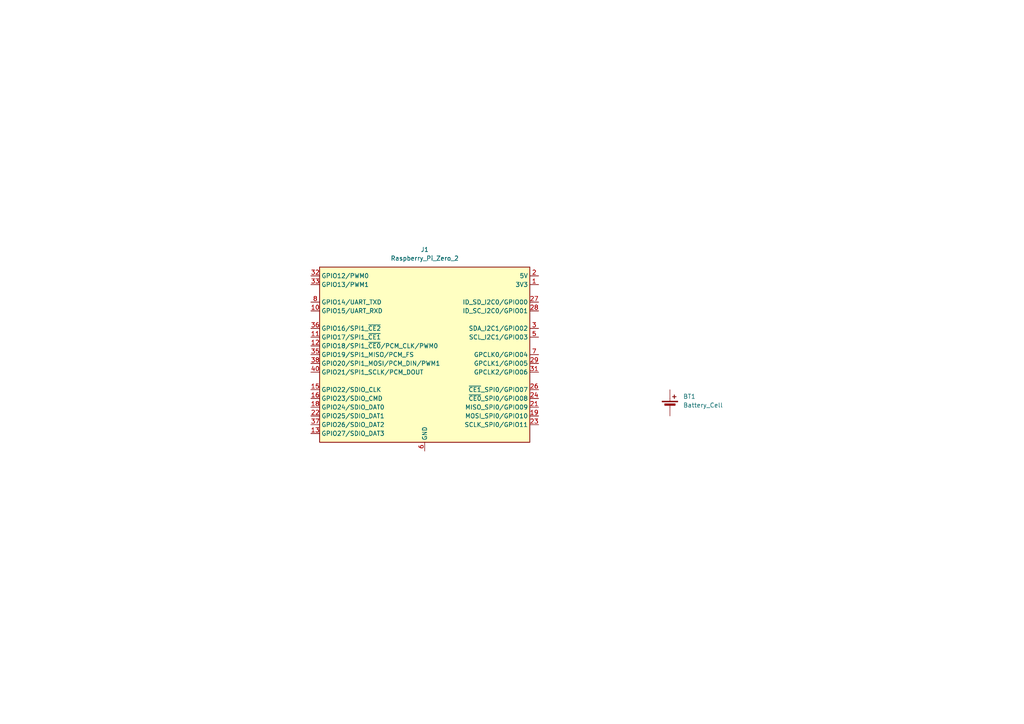
<source format=kicad_sch>
(kicad_sch (version 20250114) (generator "eeschema") (generator_version "9.0")
  (paper "A4")
  (lib_symbols
    (symbol "Connector:Raspberry_Pi_4"
      (property "Reference" "J" (at -17.526 48.768 0))
      (property "Value" "Raspberry_Pi_Zero_2" (at 15.748 -26.416 0))
      (symbol "Raspberry_Pi_4_0_1"
        (rectangle (start -30.48 25.4) (end 30.48 -25.4) (stroke (width 0.254)) (fill (type background)))
      )
      (symbol "Raspberry_Pi_4_1_1"
        (pin bidirectional line (at -33.02 22.86 0) (length 2.54) (name "GPIO12/PWM0") (number "32"))
        (pin bidirectional line (at -33.02 20.32 0) (length 2.54) (name "GPIO13/PWM1") (number "33"))
        (pin bidirectional line (at -33.02 15.24 0) (length 2.54) (name "GPIO14/UART_TXD") (number "8"))
        (pin bidirectional line (at -33.02 12.7 0) (length 2.54) (name "GPIO15/UART_RXD") (number "10"))
        (pin bidirectional line (at -33.02 7.62 0) (length 2.54) (name "GPIO16/SPI1_~{CE2}") (number "36"))
        (pin bidirectional line (at -33.02 5.08 0) (length 2.54) (name "GPIO17/SPI1_~{CE1}") (number "11"))
        (pin bidirectional line (at -33.02 2.54 0) (length 2.54) (name "GPIO18/SPI1_~{CE0}/PCM_CLK/PWM0") (number "12"))
        (pin bidirectional line (at -33.02 0 0) (length 2.54) (name "GPIO19/SPI1_MISO/PCM_FS") (number "35"))
        (pin bidirectional line (at -33.02 -2.54 0) (length 2.54) (name "GPIO20/SPI1_MOSI/PCM_DIN/PWM1") (number "38"))
        (pin bidirectional line (at -33.02 -5.08 0) (length 2.54) (name "GPIO21/SPI1_SCLK/PCM_DOUT") (number "40"))
        (pin bidirectional line (at -33.02 -10.16 0) (length 2.54) (name "GPIO22/SDIO_CLK") (number "15"))
        (pin bidirectional line (at -33.02 -12.7 0) (length 2.54) (name "GPIO23/SDIO_CMD") (number "16"))
        (pin bidirectional line (at -33.02 -15.24 0) (length 2.54) (name "GPIO24/SDIO_DAT0") (number "18"))
        (pin bidirectional line (at -33.02 -17.78 0) (length 2.54) (name "GPIO25/SDIO_DAT1") (number "22"))
        (pin bidirectional line (at -33.02 -20.32 0) (length 2.54) (name "GPIO26/SDIO_DAT2") (number "37"))
        (pin bidirectional line (at -33.02 -22.86 0) (length 2.54) (name "GPIO27/SDIO_DAT3") (number "13"))
        (pin passive line (at 0 -27.94 90) (length 2.54) (hide yes) (name "GND") (number "14"))
        (pin passive line (at 0 -27.94 90) (length 2.54) (hide yes) (name "GND") (number "20"))
        (pin passive line (at 0 -27.94 90) (length 2.54) (hide yes) (name "GND") (number "25"))
        (pin passive line (at 0 -27.94 90) (length 2.54) (hide yes) (name "GND") (number "30"))
        (pin passive line (at 0 -27.94 90) (length 2.54) (hide yes) (name "GND") (number "34"))
        (pin passive line (at 0 -27.94 90) (length 2.54) (hide yes) (name "GND") (number "39"))
        (pin power_out line (at 0 -27.94 90) (length 2.54) (name "GND") (number "6"))
        (pin passive line (at 0 -27.94 90) (length 2.54) (hide yes) (name "GND") (number "9"))
        (pin power_out line (at 33.02 22.86 180) (length 2.54) (name "5V") (number "2"))
        (pin passive line (at 33.02 22.86 180) (length 2.54) (hide yes) (name "5V") (number "4"))
        (pin power_out line (at 33.02 20.32 180) (length 2.54) (name "3V3") (number "1"))
        (pin passive line (at 33.02 20.32 180) (length 2.54) (hide yes) (name "3V3") (number "17"))
        (pin bidirectional line (at 33.02 15.24 180) (length 2.54) (name "ID_SD_I2C0/GPIO00") (number "27"))
        (pin bidirectional line (at 33.02 12.7 180) (length 2.54) (name "ID_SC_I2C0/GPIO01") (number "28"))
        (pin bidirectional line (at 33.02 7.62 180) (length 2.54) (name "SDA_I2C1/GPIO02") (number "3"))
        (pin bidirectional line (at 33.02 5.08 180) (length 2.54) (name "SCL_I2C1/GPIO03") (number "5"))
        (pin bidirectional line (at 33.02 0 180) (length 2.54) (name "GPCLK0/GPIO04") (number "7"))
        (pin bidirectional line (at 33.02 -2.54 180) (length 2.54) (name "GPCLK1/GPIO05") (number "29"))
        (pin bidirectional line (at 33.02 -5.08 180) (length 2.54) (name "GPCLK2/GPIO06") (number "31"))
        (pin bidirectional line (at 33.02 -10.16 180) (length 2.54) (name "~{CE1}_SPI0/GPIO07") (number "26"))
        (pin bidirectional line (at 33.02 -12.7 180) (length 2.54) (name "~{CE0}_SPI0/GPIO08") (number "24"))
        (pin bidirectional line (at 33.02 -15.24 180) (length 2.54) (name "MISO_SPI0/GPIO09") (number "21"))
        (pin bidirectional line (at 33.02 -17.78 180) (length 2.54) (name "MOSI_SPI0/GPIO10") (number "19"))
        (pin bidirectional line (at 33.02 -20.32 180) (length 2.54) (name "SCLK_SPI0/GPIO11") (number "23"))
      )
    )
    (symbol "Device:Battery" (pin_numbers (hide yes)) (pin_names (offset 0) (hide yes)))
    (symbol "Device:Battery_Cell" (pin_numbers (hide yes)) (pin_names (offset 0) (hide yes))
      (property "Reference" "BT" (at 2.54 2.54 0))
      (property "Value" "Battery_Cell" (at 2.54 0 0))
      (symbol "Battery_Cell_0_1"
        (rectangle (start -2.286 1.778) (end 2.286 1.524) (fill (type outline)))
        (rectangle (start -1.524 1.016) (end 1.524 0.508) (fill (type outline)))
        (polyline (pts (xy 0 1.778) (xy 0 2.54)))
        (polyline (pts (xy 0 0.762) (xy 0 0)))
        (polyline (pts (xy 0.762 3.048) (xy 1.778 3.048)) (stroke (width 0.254)))
        (polyline (pts (xy 1.27 3.556) (xy 1.27 2.54)) (stroke (width 0.254)))
      )
      (symbol "Battery_Cell_1_1"
        (pin passive line (at 0 5.08 270) (length 2.54) (name "+") (number "1"))
        (pin passive line (at 0 -2.54 90) (length 2.54) (name "-") (number "2"))
      )
    )
  )
  (symbol (lib_id "Device:Battery") (at 127 96.52 0) (unit 1)
    (property "Reference" "1" (effects (hide yes)))
  )
  (symbol (lib_id "Connector:Raspberry_Pi_4") (at 123.19 102.87 0) (unit 1)
    (property "Reference" "J1" (at 123.19 72.39 0))
    (property "Value" "Raspberry_Pi_Zero_2" (at 123.19 74.93 0))
    (property "Description" "Raspberry Pi Zero2 W" (effects (hide yes)))
  )
  (symbol (lib_id "Device:Battery") (at 175.26 146.05 0) (unit 1)
    (property "Reference" "1" (effects (hide yes)))
  )
  (symbol (lib_id "Device:Battery") (at 127 53.34 0) (unit 1)
    (property "Reference" "1" (effects (hide yes)))
  )
  (symbol (lib_id "Device:Battery_Cell") (at 194.31 118.11 0) (unit 1)
    (property "Reference" "BT1" (at 198.12 114.9984 0) (effects (justify left)))
    (property "Value" "Battery_Cell" (at 198.12 117.5384 0) (effects (justify left)))
    (property "Description" "Single-cell battery" (effects (hide yes)))
  )
  (symbol (lib_id "Device:Battery") (at 114.3 104.14 0) (unit 1)
    (property "Reference" "1" (effects (hide yes)))
  )
  (symbol (lib_id "Device:Battery") (at 207.01 66.04 0) (unit 1)
    (property "Reference" "1" (effects (hide yes)))
  )
  (symbol (lib_id "Device:Battery") (at 114.3 144.78 0) (unit 1)
    (property "Reference" "1" (effects (hide yes)))
  )
  (symbol (lib_id "Device:Battery") (at 163.83 46.99 0) (unit 1)
    (property "Reference" "1" (effects (hide yes)))
  )
  (symbol (lib_id "Device:Battery") (at 177.8 76.2 0) (unit 1)
    (property "Reference" "1" (effects (hide yes)))
  )
)
</source>
